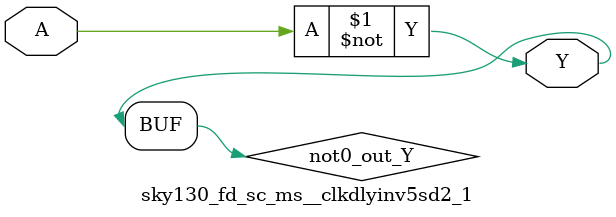
<source format=v>
/*
 * Copyright 2020 The SkyWater PDK Authors
 *
 * Licensed under the Apache License, Version 2.0 (the "License");
 * you may not use this file except in compliance with the License.
 * You may obtain a copy of the License at
 *
 *     https://www.apache.org/licenses/LICENSE-2.0
 *
 * Unless required by applicable law or agreed to in writing, software
 * distributed under the License is distributed on an "AS IS" BASIS,
 * WITHOUT WARRANTIES OR CONDITIONS OF ANY KIND, either express or implied.
 * See the License for the specific language governing permissions and
 * limitations under the License.
 *
 * SPDX-License-Identifier: Apache-2.0
*/


`ifndef SKY130_FD_SC_MS__CLKDLYINV5SD2_1_FUNCTIONAL_V
`define SKY130_FD_SC_MS__CLKDLYINV5SD2_1_FUNCTIONAL_V

/**
 * clkdlyinv5sd2: Clock Delay Inverter 5-stage 0.25um length inner
 *                stage gate.
 *
 * Verilog simulation functional model.
 */

`timescale 1ns / 1ps
`default_nettype none

`celldefine
module sky130_fd_sc_ms__clkdlyinv5sd2_1 (
    Y,
    A
);

    // Module ports
    output Y;
    input  A;

    // Local signals
    wire not0_out_Y;

    //  Name  Output      Other arguments
    not not0 (not0_out_Y, A              );
    buf buf0 (Y         , not0_out_Y     );

endmodule
`endcelldefine

`default_nettype wire
`endif  // SKY130_FD_SC_MS__CLKDLYINV5SD2_1_FUNCTIONAL_V

</source>
